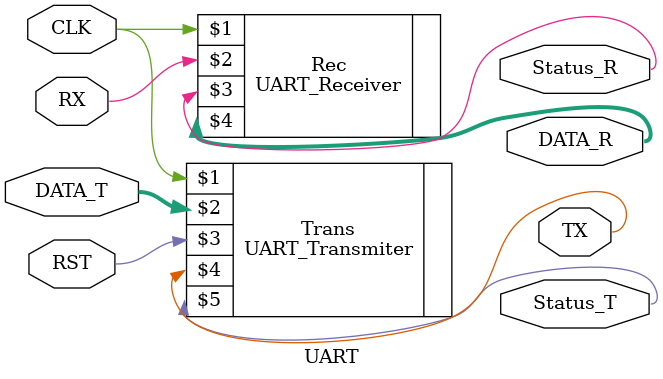
<source format=v>
`timescale 1ns / 1ps
module UART( input CLK, input RST, input RX, output TX, output [7:0] DATA_R, input [7:0] DATA_T, output Status_T, output Status_R);

	
	UART_Transmiter Trans(CLK, DATA_T, RST, TX, Status_T); 
	UART_Receiver Rec(CLK, RX, Status_R, DATA_R);
	


endmodule

</source>
